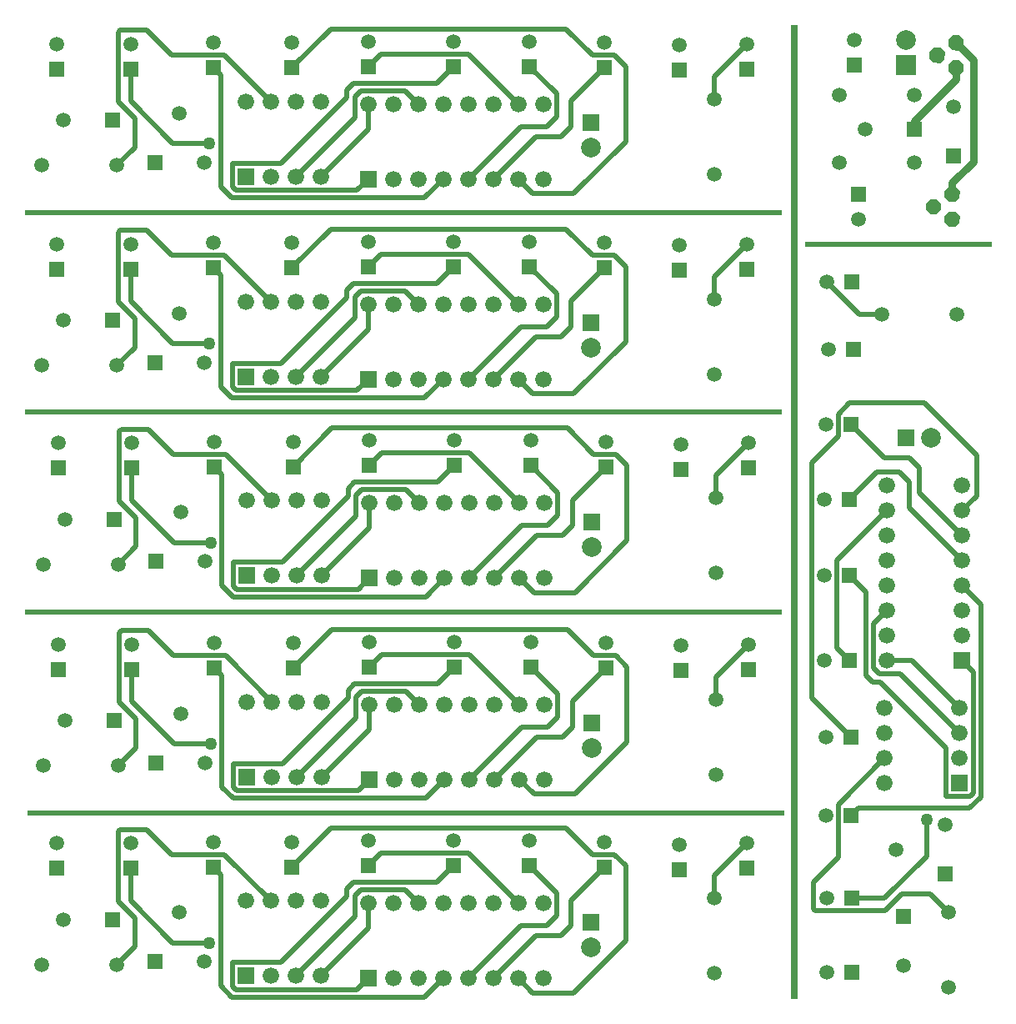
<source format=gtl>
G04 Layer_Physical_Order=1*
G04 Layer_Color=255*
%FSLAX25Y25*%
%MOIN*%
G70*
G01*
G75*
%ADD10C,0.03000*%
%ADD11C,0.02000*%
%ADD12R,0.74803X0.02362*%
%ADD13C,0.05905*%
%ADD14C,0.07874*%
%ADD15R,0.07874X0.07874*%
%ADD16R,0.05905X0.05905*%
%ADD17R,0.05905X0.05905*%
%ADD18R,0.02756X3.89764*%
%ADD19C,0.06600*%
%ADD20R,0.06600X0.06600*%
%ADD21R,0.07087X0.07087*%
%ADD22C,0.05937*%
%ADD23R,3.03150X0.02362*%
%ADD24R,0.06600X0.06600*%
%ADD25R,0.07087X0.07087*%
%ADD26C,0.05000*%
G36*
X375958Y389428D02*
X377664Y387566D01*
X377554Y385042D01*
X375692Y383336D01*
X373168Y383446D01*
X371462Y385308D01*
X371572Y387832D01*
X373434Y389538D01*
X375958Y389428D01*
D02*
G37*
G36*
X368458Y384428D02*
X370164Y382566D01*
X370054Y380042D01*
X368192Y378336D01*
X365668Y378446D01*
X363962Y380308D01*
X364072Y382832D01*
X365934Y384538D01*
X368458Y384428D01*
D02*
G37*
G36*
X375958Y379428D02*
X377664Y377566D01*
X377554Y375042D01*
X375692Y373336D01*
X373168Y373446D01*
X371462Y375308D01*
X371572Y377832D01*
X373434Y379538D01*
X375958Y379428D01*
D02*
G37*
G36*
X374458Y328928D02*
X376164Y327066D01*
X376054Y324542D01*
X374192Y322836D01*
X371668Y322946D01*
X369962Y324808D01*
X370072Y327332D01*
X371934Y329038D01*
X374458Y328928D01*
D02*
G37*
G36*
X366958Y323928D02*
X368664Y322066D01*
X368554Y319542D01*
X366692Y317836D01*
X364168Y317946D01*
X362462Y319808D01*
X362572Y322332D01*
X364434Y324038D01*
X366958Y323928D01*
D02*
G37*
G36*
X374458Y318928D02*
X376164Y317066D01*
X376054Y314542D01*
X374192Y312836D01*
X371668Y312946D01*
X369962Y314808D01*
X370072Y317332D01*
X371934Y319038D01*
X374458Y318928D01*
D02*
G37*
D10*
X374563Y386437D02*
X381563Y379437D01*
Y338937D02*
Y379437D01*
X373063Y330437D02*
X381563Y338937D01*
X373063Y325937D02*
Y330437D01*
X374563Y371937D02*
Y376437D01*
X357906Y355279D02*
X374563Y371937D01*
X357906Y351937D02*
Y355279D01*
D11*
X323000Y291000D02*
X336000Y278000D01*
X345000D01*
X352300Y134200D02*
X376000Y110500D01*
X344000Y134200D02*
X352300D01*
X341700Y136500D02*
X344000Y134200D01*
X341700Y136500D02*
Y154200D01*
X347000Y159500D01*
X332000Y173500D02*
X338700Y166800D01*
Y133500D02*
Y166800D01*
Y133500D02*
X341270Y130930D01*
X344370D01*
X370700Y104600D01*
X327500Y82000D02*
X346000Y100500D01*
X327500Y61000D02*
Y82000D01*
X318400Y39500D02*
X346200D01*
X352900Y46200D01*
X364300D01*
X371500Y39000D01*
X357000Y139500D02*
X376000Y120500D01*
X347000Y139500D02*
X357000D01*
X333000Y44500D02*
X345900D01*
X327500Y229100D02*
Y236500D01*
X377000Y199500D02*
X382900Y205400D01*
X327000Y144500D02*
X332000Y139500D01*
X327000Y144500D02*
Y179500D01*
X347000Y199500D01*
X356000Y200500D02*
X377000Y179500D01*
X356000Y200500D02*
Y210800D01*
X352000Y214800D02*
X356000Y210800D01*
X342800Y214800D02*
X352000D01*
X332000Y204000D02*
X342800Y214800D01*
X332500Y234000D02*
X345800Y220700D01*
X356000D01*
X360000Y216700D01*
Y206500D02*
Y216700D01*
Y206500D02*
X377000Y189500D01*
X380200Y85200D02*
X381500Y86500D01*
Y135000D01*
X377000Y139500D02*
X381500Y135000D01*
X317500Y40400D02*
X318400Y39500D01*
X317500Y40400D02*
Y51000D01*
X327500Y61000D01*
X317000Y218600D02*
X327500Y229100D01*
X317000Y124500D02*
X332500Y109000D01*
X317000Y124500D02*
Y218600D01*
X327500Y236500D02*
X327547Y236547D01*
Y238047D01*
X332000Y242500D01*
X370700Y85200D02*
X380200D01*
X370700D02*
Y104600D01*
X332500Y77500D02*
X335500Y80500D01*
X380000D01*
X345900Y44500D02*
X362800Y61400D01*
Y76000D01*
X382900Y205400D02*
Y221600D01*
X362000Y242500D02*
X382900Y221600D01*
X332000Y242500D02*
X362000D01*
X377000Y169500D02*
X384500Y162000D01*
X380000Y80500D02*
X384500Y85000D01*
Y162000D01*
X278500Y133000D02*
X291500Y146000D01*
X278500Y124000D02*
Y133000D01*
X111000Y93000D02*
X134700Y116700D01*
Y125000D01*
X137000Y127300D01*
X154700D01*
X160000Y122000D01*
X167300Y130300D02*
X174000Y137000D01*
X134000Y130300D02*
X167300D01*
X131430Y127730D02*
X134000Y130300D01*
X131430Y124630D02*
Y127730D01*
X105100Y98300D02*
X131430Y124630D01*
X82500Y141500D02*
X101000Y123000D01*
X61500Y141500D02*
X82500D01*
X40000Y122800D02*
Y150600D01*
Y122800D02*
X46700Y116100D01*
Y104700D02*
Y116100D01*
X39500Y97500D02*
X46700Y104700D01*
X121000Y93000D02*
X140000Y112000D01*
Y122000D01*
X45000Y123100D02*
Y136000D01*
X229600Y141500D02*
X237000D01*
X200000Y92000D02*
X205900Y86100D01*
X140000Y137000D02*
X145000Y142000D01*
X180000D01*
X200000Y122000D01*
X180000Y92000D02*
X201000Y113000D01*
X211300D01*
X215300Y117000D01*
Y126200D01*
X204500Y137000D02*
X215300Y126200D01*
X221200Y123200D02*
X234500Y136500D01*
X221200Y113000D02*
Y123200D01*
X217200Y109000D02*
X221200Y113000D01*
X207000Y109000D02*
X217200D01*
X190000Y92000D02*
X207000Y109000D01*
X85700Y88800D02*
X87000Y87500D01*
X135500D01*
X140000Y92000D01*
X40000Y150600D02*
X40900Y151500D01*
X51500D01*
X61500Y141500D01*
X219100Y152000D02*
X229600Y141500D01*
X109500Y136500D02*
X125000Y152000D01*
X219100D01*
X237000Y141500D02*
X237047Y141453D01*
X238547D01*
X243000Y137000D01*
X85700Y88800D02*
Y98300D01*
X105100D01*
X78000Y136500D02*
X81000Y133500D01*
Y89000D02*
Y133500D01*
X45000Y123100D02*
X61900Y106200D01*
X76500D01*
X205900Y86100D02*
X222100D01*
X243000Y107000D01*
Y137000D01*
X162500Y84500D02*
X170000Y92000D01*
X81000Y89000D02*
X85500Y84500D01*
X162500D01*
X278500Y213500D02*
X291500Y226500D01*
X278500Y204500D02*
Y213500D01*
X111000Y173500D02*
X134700Y197200D01*
Y205500D01*
X137000Y207800D01*
X154700D01*
X160000Y202500D01*
X167300Y210800D02*
X174000Y217500D01*
X134000Y210800D02*
X167300D01*
X131430Y208230D02*
X134000Y210800D01*
X131430Y205130D02*
Y208230D01*
X105100Y178800D02*
X131430Y205130D01*
X82500Y222000D02*
X101000Y203500D01*
X61500Y222000D02*
X82500D01*
X40000Y203300D02*
Y231100D01*
Y203300D02*
X46700Y196600D01*
Y185200D02*
Y196600D01*
X39500Y178000D02*
X46700Y185200D01*
X121000Y173500D02*
X140000Y192500D01*
Y202500D01*
X45000Y203600D02*
Y216500D01*
X229600Y222000D02*
X237000D01*
X200000Y172500D02*
X205900Y166600D01*
X140000Y217500D02*
X145000Y222500D01*
X180000D01*
X200000Y202500D01*
X180000Y172500D02*
X201000Y193500D01*
X211300D01*
X215300Y197500D01*
Y206700D01*
X204500Y217500D02*
X215300Y206700D01*
X221200Y203700D02*
X234500Y217000D01*
X221200Y193500D02*
Y203700D01*
X217200Y189500D02*
X221200Y193500D01*
X207000Y189500D02*
X217200D01*
X190000Y172500D02*
X207000Y189500D01*
X85700Y169300D02*
X87000Y168000D01*
X135500D01*
X140000Y172500D01*
X40000Y231100D02*
X40900Y232000D01*
X51500D01*
X61500Y222000D01*
X219100Y232500D02*
X229600Y222000D01*
X109500Y217000D02*
X125000Y232500D01*
X219100D01*
X237000Y222000D02*
X237047Y221953D01*
X238547D01*
X243000Y217500D01*
X85700Y169300D02*
Y178800D01*
X105100D01*
X78000Y217000D02*
X81000Y214000D01*
Y169500D02*
Y214000D01*
X45000Y203600D02*
X61900Y186700D01*
X76500D01*
X205900Y166600D02*
X222100D01*
X243000Y187500D01*
Y217500D01*
X162500Y165000D02*
X170000Y172500D01*
X81000Y169500D02*
X85500Y165000D01*
X162500D01*
X278000Y293000D02*
X291000Y306000D01*
X278000Y284000D02*
Y293000D01*
X110500Y253000D02*
X134200Y276700D01*
Y285000D01*
X136500Y287300D01*
X154200D01*
X159500Y282000D01*
X166800Y290300D02*
X173500Y297000D01*
X133500Y290300D02*
X166800D01*
X130930Y287730D02*
X133500Y290300D01*
X130930Y284630D02*
Y287730D01*
X104600Y258300D02*
X130930Y284630D01*
X82000Y301500D02*
X100500Y283000D01*
X61000Y301500D02*
X82000D01*
X39500Y282800D02*
Y310600D01*
Y282800D02*
X46200Y276100D01*
Y264700D02*
Y276100D01*
X39000Y257500D02*
X46200Y264700D01*
X120500Y253000D02*
X139500Y272000D01*
Y282000D01*
X44500Y283100D02*
Y296000D01*
X229100Y301500D02*
X236500D01*
X199500Y252000D02*
X205400Y246100D01*
X139500Y297000D02*
X144500Y302000D01*
X179500D01*
X199500Y282000D01*
X179500Y252000D02*
X200500Y273000D01*
X210800D01*
X214800Y277000D01*
Y286200D01*
X204000Y297000D02*
X214800Y286200D01*
X220700Y283200D02*
X234000Y296500D01*
X220700Y273000D02*
Y283200D01*
X216700Y269000D02*
X220700Y273000D01*
X206500Y269000D02*
X216700D01*
X189500Y252000D02*
X206500Y269000D01*
X85200Y248800D02*
X86500Y247500D01*
X135000D01*
X139500Y252000D01*
X39500Y310600D02*
X40400Y311500D01*
X51000D01*
X61000Y301500D01*
X218600Y312000D02*
X229100Y301500D01*
X109000Y296500D02*
X124500Y312000D01*
X218600D01*
X236500Y301500D02*
X236547Y301453D01*
X238047D01*
X242500Y297000D01*
X85200Y248800D02*
Y258300D01*
X104600D01*
X77500Y296500D02*
X80500Y293500D01*
Y249000D02*
Y293500D01*
X44500Y283100D02*
X61400Y266200D01*
X76000D01*
X205400Y246100D02*
X221600D01*
X242500Y267000D01*
Y297000D01*
X162000Y244500D02*
X169500Y252000D01*
X80500Y249000D02*
X85000Y244500D01*
X162000D01*
X278000Y373000D02*
X291000Y386000D01*
X278000Y364000D02*
Y373000D01*
X110500Y333000D02*
X134200Y356700D01*
Y365000D01*
X136500Y367300D01*
X154200D01*
X159500Y362000D01*
X166800Y370300D02*
X173500Y377000D01*
X133500Y370300D02*
X166800D01*
X130930Y367730D02*
X133500Y370300D01*
X130930Y364630D02*
Y367730D01*
X104600Y338300D02*
X130930Y364630D01*
X82000Y381500D02*
X100500Y363000D01*
X61000Y381500D02*
X82000D01*
X39500Y362800D02*
Y390600D01*
Y362800D02*
X46200Y356100D01*
Y344700D02*
Y356100D01*
X39000Y337500D02*
X46200Y344700D01*
X120500Y333000D02*
X139500Y352000D01*
Y362000D01*
X44500Y363100D02*
Y376000D01*
X229100Y381500D02*
X236500D01*
X199500Y332000D02*
X205400Y326100D01*
X139500Y377000D02*
X144500Y382000D01*
X179500D01*
X199500Y362000D01*
X179500Y332000D02*
X200500Y353000D01*
X210800D01*
X214800Y357000D01*
Y366200D01*
X204000Y377000D02*
X214800Y366200D01*
X220700Y363200D02*
X234000Y376500D01*
X220700Y353000D02*
Y363200D01*
X216700Y349000D02*
X220700Y353000D01*
X206500Y349000D02*
X216700D01*
X189500Y332000D02*
X206500Y349000D01*
X85200Y328800D02*
X86500Y327500D01*
X135000D01*
X139500Y332000D01*
X39500Y390600D02*
X40400Y391500D01*
X51000D01*
X61000Y381500D01*
X218600Y392000D02*
X229100Y381500D01*
X109000Y376500D02*
X124500Y392000D01*
X218600D01*
X236500Y381500D02*
X236547Y381453D01*
X238047D01*
X242500Y377000D01*
X85200Y328800D02*
Y338300D01*
X104600D01*
X77500Y376500D02*
X80500Y373500D01*
Y329000D02*
Y373500D01*
X44500Y363100D02*
X61400Y346200D01*
X76000D01*
X205400Y326100D02*
X221600D01*
X242500Y347000D01*
Y377000D01*
X162000Y324500D02*
X169500Y332000D01*
X80500Y329000D02*
X85000Y324500D01*
X162000D01*
X85000Y5000D02*
X162000D01*
X80500Y9500D02*
X85000Y5000D01*
X162000D02*
X169500Y12500D01*
X242500Y27500D02*
Y57500D01*
X221600Y6600D02*
X242500Y27500D01*
X205400Y6600D02*
X221600D01*
X61400Y26700D02*
X76000D01*
X44500Y43600D02*
X61400Y26700D01*
X80500Y9500D02*
Y54000D01*
X77500Y57000D02*
X80500Y54000D01*
X85200Y18800D02*
X104600D01*
X85200Y9300D02*
Y18800D01*
X238047Y61953D02*
X242500Y57500D01*
X236547Y61953D02*
X238047D01*
X236500Y62000D02*
X236547Y61953D01*
X124500Y72500D02*
X218600D01*
X109000Y57000D02*
X124500Y72500D01*
X218600D02*
X229100Y62000D01*
X51000Y72000D02*
X61000Y62000D01*
X40400Y72000D02*
X51000D01*
X39500Y71100D02*
X40400Y72000D01*
X135000Y8000D02*
X139500Y12500D01*
X86500Y8000D02*
X135000D01*
X85200Y9300D02*
X86500Y8000D01*
X189500Y12500D02*
X206500Y29500D01*
X216700D01*
X220700Y33500D01*
Y43700D01*
X234000Y57000D01*
X204000Y57500D02*
X214800Y46700D01*
Y37500D02*
Y46700D01*
X210800Y33500D02*
X214800Y37500D01*
X200500Y33500D02*
X210800D01*
X179500Y12500D02*
X200500Y33500D01*
X179500Y62500D02*
X199500Y42500D01*
X144500Y62500D02*
X179500D01*
X139500Y57500D02*
X144500Y62500D01*
X199500Y12500D02*
X205400Y6600D01*
X229100Y62000D02*
X236500D01*
X44500Y43600D02*
Y56500D01*
X139500Y32500D02*
Y42500D01*
X120500Y13500D02*
X139500Y32500D01*
X39000Y18000D02*
X46200Y25200D01*
Y36600D01*
X39500Y43300D02*
X46200Y36600D01*
X39500Y43300D02*
Y71100D01*
X61000Y62000D02*
X82000D01*
X100500Y43500D01*
X104600Y18800D02*
X130930Y45130D01*
Y48230D01*
X133500Y50800D01*
X166800D01*
X173500Y57500D01*
X154200Y47800D02*
X159500Y42500D01*
X136500Y47800D02*
X154200D01*
X134200Y45500D02*
X136500Y47800D01*
X134200Y37200D02*
Y45500D01*
X110500Y13500D02*
X134200Y37200D01*
X278000Y44500D02*
Y53500D01*
X291000Y66500D01*
D12*
X351500Y306000D02*
D03*
D13*
X358063Y365437D02*
D03*
X328063D02*
D03*
X358063Y338437D02*
D03*
X328063D02*
D03*
X374563Y376437D02*
D03*
X367063Y381437D02*
D03*
X374563Y386437D02*
D03*
X373063Y315937D02*
D03*
X365563Y320937D02*
D03*
X373063Y325937D02*
D03*
X334063Y387437D02*
D03*
X335563Y315937D02*
D03*
X338221Y351937D02*
D03*
X373563Y360780D02*
D03*
X345000Y278000D02*
D03*
X375000D02*
D03*
X353500Y17657D02*
D03*
X323000Y291000D02*
D03*
X371500Y9000D02*
D03*
Y39000D02*
D03*
X323500Y264000D02*
D03*
X322500Y234000D02*
D03*
X322000Y204000D02*
D03*
Y173500D02*
D03*
Y139500D02*
D03*
X322500Y109000D02*
D03*
Y77500D02*
D03*
X323000Y44500D02*
D03*
Y15000D02*
D03*
X278500Y124000D02*
D03*
Y94000D02*
D03*
X18157Y115500D02*
D03*
X291500Y146000D02*
D03*
X9500Y97500D02*
D03*
X39500D02*
D03*
X264500Y145500D02*
D03*
X234500Y146500D02*
D03*
X204500Y147000D02*
D03*
X174000D02*
D03*
X140000D02*
D03*
X109500Y146500D02*
D03*
X78000D02*
D03*
X45000Y146000D02*
D03*
X15500D02*
D03*
X278500Y204500D02*
D03*
Y174500D02*
D03*
X18157Y196000D02*
D03*
X291500Y226500D02*
D03*
X9500Y178000D02*
D03*
X39500D02*
D03*
X264500Y226000D02*
D03*
X234500Y227000D02*
D03*
X204500Y227500D02*
D03*
X174000D02*
D03*
X140000D02*
D03*
X109500Y227000D02*
D03*
X78000D02*
D03*
X45000Y226500D02*
D03*
X15500D02*
D03*
X278000Y284000D02*
D03*
Y254000D02*
D03*
X17657Y275500D02*
D03*
X291000Y306000D02*
D03*
X9000Y257500D02*
D03*
X39000D02*
D03*
X264000Y305500D02*
D03*
X234000Y306500D02*
D03*
X204000Y307000D02*
D03*
X173500D02*
D03*
X139500D02*
D03*
X109000Y306500D02*
D03*
X77500D02*
D03*
X44500Y306000D02*
D03*
X15000D02*
D03*
X278000Y364000D02*
D03*
Y334000D02*
D03*
X17657Y355500D02*
D03*
X291000Y386000D02*
D03*
X9000Y337500D02*
D03*
X39000D02*
D03*
X264000Y385500D02*
D03*
X234000Y386500D02*
D03*
X204000Y387000D02*
D03*
X173500D02*
D03*
X139500D02*
D03*
X109000Y386500D02*
D03*
X77500D02*
D03*
X44500Y386000D02*
D03*
X15000D02*
D03*
X278000Y44500D02*
D03*
Y14500D02*
D03*
X17657Y36000D02*
D03*
X9000Y18000D02*
D03*
X39000D02*
D03*
X15000Y66500D02*
D03*
X44500D02*
D03*
X77500Y67000D02*
D03*
X109000D02*
D03*
X139500Y67500D02*
D03*
X173500D02*
D03*
X204000D02*
D03*
X234000Y67000D02*
D03*
X264000Y66000D02*
D03*
X291000Y66500D02*
D03*
D14*
X354563Y387437D02*
D03*
X364500Y228500D02*
D03*
X229000Y104500D02*
D03*
Y185000D02*
D03*
X228500Y264500D02*
D03*
Y344500D02*
D03*
Y25000D02*
D03*
D15*
X354563Y377437D02*
D03*
D16*
X334063D02*
D03*
X335563Y325937D02*
D03*
X373563Y341094D02*
D03*
X370343Y54157D02*
D03*
X353500Y37343D02*
D03*
X291500Y136000D02*
D03*
X264500Y135500D02*
D03*
X234500Y136500D02*
D03*
X204500Y137000D02*
D03*
X174000D02*
D03*
X140000D02*
D03*
X109500Y136500D02*
D03*
X78000D02*
D03*
X45000Y136000D02*
D03*
X15500D02*
D03*
X291500Y216500D02*
D03*
X264500Y216000D02*
D03*
X234500Y217000D02*
D03*
X204500Y217500D02*
D03*
X174000D02*
D03*
X140000D02*
D03*
X109500Y217000D02*
D03*
X78000D02*
D03*
X45000Y216500D02*
D03*
X15500D02*
D03*
X291000Y296000D02*
D03*
X264000Y295500D02*
D03*
X234000Y296500D02*
D03*
X204000Y297000D02*
D03*
X173500D02*
D03*
X139500D02*
D03*
X109000Y296500D02*
D03*
X77500D02*
D03*
X44500Y296000D02*
D03*
X15000D02*
D03*
X291000Y376000D02*
D03*
X264000Y375500D02*
D03*
X234000Y376500D02*
D03*
X204000Y377000D02*
D03*
X173500D02*
D03*
X139500D02*
D03*
X109000Y376500D02*
D03*
X77500D02*
D03*
X44500Y376000D02*
D03*
X15000D02*
D03*
Y56500D02*
D03*
X44500D02*
D03*
X77500Y57000D02*
D03*
X109000D02*
D03*
X139500Y57500D02*
D03*
X173500D02*
D03*
X204000D02*
D03*
X234000Y57000D02*
D03*
X264000Y56000D02*
D03*
X291000Y56500D02*
D03*
D17*
X357906Y351937D02*
D03*
X333000Y291000D02*
D03*
X333500Y264000D02*
D03*
X332500Y234000D02*
D03*
X332000Y204000D02*
D03*
Y173500D02*
D03*
Y139500D02*
D03*
X332500Y109000D02*
D03*
Y77500D02*
D03*
X333000Y44500D02*
D03*
Y15000D02*
D03*
X54657Y98657D02*
D03*
X37843Y115500D02*
D03*
X54657Y179157D02*
D03*
X37843Y196000D02*
D03*
X54157Y258657D02*
D03*
X37343Y275500D02*
D03*
X54157Y338657D02*
D03*
X37343Y355500D02*
D03*
X54157Y19157D02*
D03*
X37343Y36000D02*
D03*
D18*
X310000Y199000D02*
D03*
D19*
X346000Y90500D02*
D03*
Y100500D02*
D03*
Y110500D02*
D03*
Y120500D02*
D03*
X376000D02*
D03*
Y110500D02*
D03*
Y100500D02*
D03*
X347000Y139500D02*
D03*
Y149500D02*
D03*
Y159500D02*
D03*
Y169500D02*
D03*
Y179500D02*
D03*
Y189500D02*
D03*
Y199500D02*
D03*
Y209500D02*
D03*
X377000D02*
D03*
Y199500D02*
D03*
Y189500D02*
D03*
Y179500D02*
D03*
Y169500D02*
D03*
Y159500D02*
D03*
Y149500D02*
D03*
X91000Y123000D02*
D03*
X101000D02*
D03*
X111000D02*
D03*
X121000D02*
D03*
Y93000D02*
D03*
X111000D02*
D03*
X101000D02*
D03*
X140000Y122000D02*
D03*
X150000D02*
D03*
X160000D02*
D03*
X170000D02*
D03*
X180000D02*
D03*
X190000D02*
D03*
X200000D02*
D03*
X210000D02*
D03*
Y92000D02*
D03*
X200000D02*
D03*
X190000D02*
D03*
X180000D02*
D03*
X170000D02*
D03*
X160000D02*
D03*
X150000D02*
D03*
X91000Y203500D02*
D03*
X101000D02*
D03*
X111000D02*
D03*
X121000D02*
D03*
Y173500D02*
D03*
X111000D02*
D03*
X101000D02*
D03*
X140000Y202500D02*
D03*
X150000D02*
D03*
X160000D02*
D03*
X170000D02*
D03*
X180000D02*
D03*
X190000D02*
D03*
X200000D02*
D03*
X210000D02*
D03*
Y172500D02*
D03*
X200000D02*
D03*
X190000D02*
D03*
X180000D02*
D03*
X170000D02*
D03*
X160000D02*
D03*
X150000D02*
D03*
X90500Y283000D02*
D03*
X100500D02*
D03*
X110500D02*
D03*
X120500D02*
D03*
Y253000D02*
D03*
X110500D02*
D03*
X100500D02*
D03*
X139500Y282000D02*
D03*
X149500D02*
D03*
X159500D02*
D03*
X169500D02*
D03*
X179500D02*
D03*
X189500D02*
D03*
X199500D02*
D03*
X209500D02*
D03*
Y252000D02*
D03*
X199500D02*
D03*
X189500D02*
D03*
X179500D02*
D03*
X169500D02*
D03*
X159500D02*
D03*
X149500D02*
D03*
X90500Y363000D02*
D03*
X100500D02*
D03*
X110500D02*
D03*
X120500D02*
D03*
Y333000D02*
D03*
X110500D02*
D03*
X100500D02*
D03*
X139500Y362000D02*
D03*
X149500D02*
D03*
X159500D02*
D03*
X169500D02*
D03*
X179500D02*
D03*
X189500D02*
D03*
X199500D02*
D03*
X209500D02*
D03*
Y332000D02*
D03*
X199500D02*
D03*
X189500D02*
D03*
X179500D02*
D03*
X169500D02*
D03*
X159500D02*
D03*
X149500D02*
D03*
X90500Y43500D02*
D03*
X100500D02*
D03*
X110500D02*
D03*
X120500D02*
D03*
Y13500D02*
D03*
X110500D02*
D03*
X100500D02*
D03*
X139500Y42500D02*
D03*
X149500D02*
D03*
X159500D02*
D03*
X169500D02*
D03*
X179500D02*
D03*
X189500D02*
D03*
X199500D02*
D03*
X209500D02*
D03*
Y12500D02*
D03*
X199500D02*
D03*
X189500D02*
D03*
X179500D02*
D03*
X169500D02*
D03*
X159500D02*
D03*
X149500D02*
D03*
D20*
X376000Y90500D02*
D03*
X377000Y139500D02*
D03*
D21*
X354500Y228500D02*
D03*
D22*
X370343Y73843D02*
D03*
X350657Y64000D02*
D03*
X74343Y98657D02*
D03*
X64500Y118343D02*
D03*
X74343Y179157D02*
D03*
X64500Y198843D02*
D03*
X73843Y258657D02*
D03*
X64000Y278343D02*
D03*
X73843Y338657D02*
D03*
X64000Y358343D02*
D03*
X73843Y19157D02*
D03*
X64000Y38843D02*
D03*
D23*
X153500Y318500D02*
D03*
Y239000D02*
D03*
Y159000D02*
D03*
X154500Y78500D02*
D03*
D24*
X91000Y93000D02*
D03*
X140000Y92000D02*
D03*
X91000Y173500D02*
D03*
X140000Y172500D02*
D03*
X90500Y253000D02*
D03*
X139500Y252000D02*
D03*
X90500Y333000D02*
D03*
X139500Y332000D02*
D03*
X90500Y13500D02*
D03*
X139500Y12500D02*
D03*
D25*
X229000Y114500D02*
D03*
Y195000D02*
D03*
X228500Y274500D02*
D03*
Y354500D02*
D03*
Y35000D02*
D03*
D26*
X362800Y76000D02*
D03*
X76500Y106200D02*
D03*
Y186700D02*
D03*
X76000Y266200D02*
D03*
Y346200D02*
D03*
Y26700D02*
D03*
M02*

</source>
